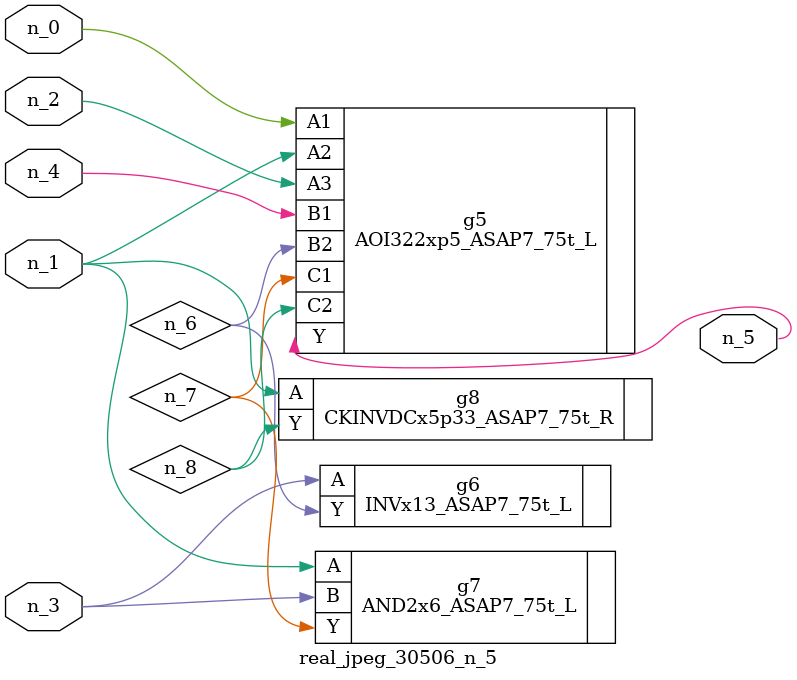
<source format=v>
module real_jpeg_30506_n_5 (n_4, n_0, n_1, n_2, n_3, n_5);

input n_4;
input n_0;
input n_1;
input n_2;
input n_3;

output n_5;

wire n_8;
wire n_6;
wire n_7;

AOI322xp5_ASAP7_75t_L g5 ( 
.A1(n_0),
.A2(n_1),
.A3(n_2),
.B1(n_4),
.B2(n_6),
.C1(n_7),
.C2(n_8),
.Y(n_5)
);

AND2x6_ASAP7_75t_L g7 ( 
.A(n_1),
.B(n_3),
.Y(n_7)
);

CKINVDCx5p33_ASAP7_75t_R g8 ( 
.A(n_1),
.Y(n_8)
);

INVx13_ASAP7_75t_L g6 ( 
.A(n_3),
.Y(n_6)
);


endmodule
</source>
